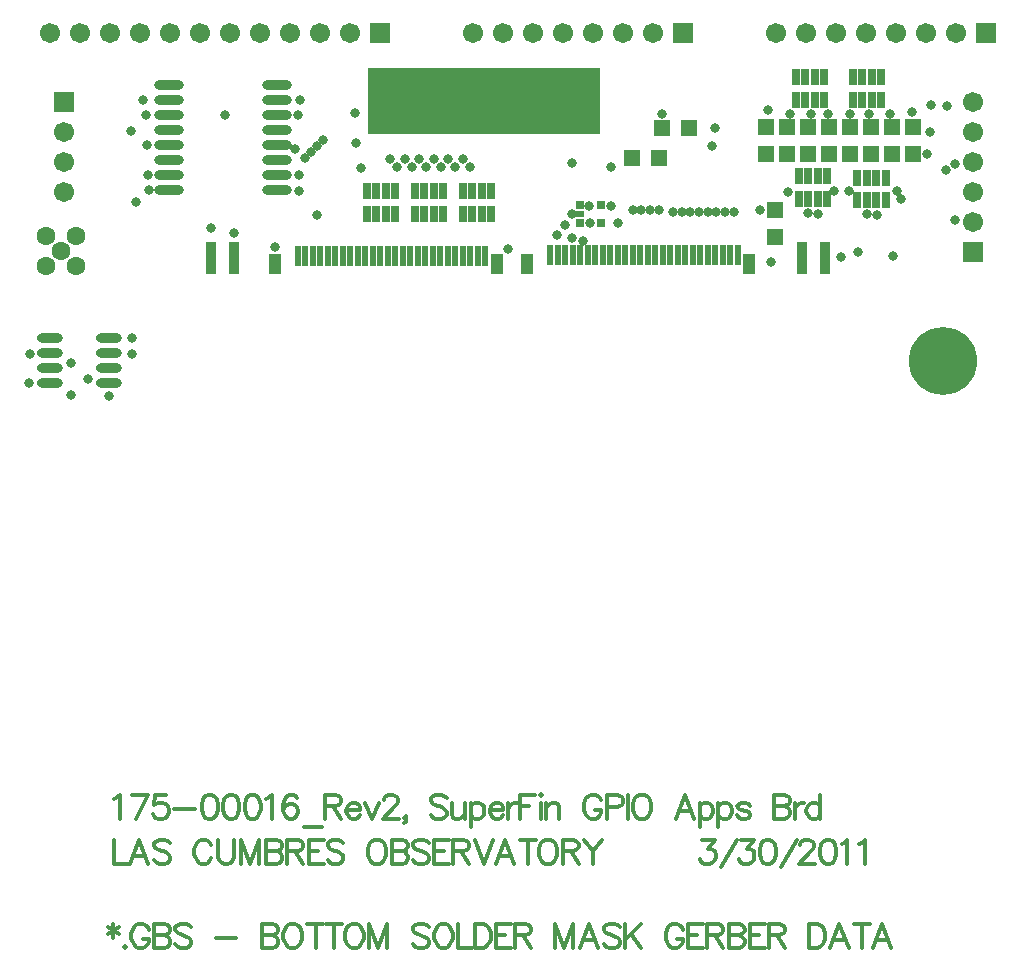
<source format=gbs>
%FSLAX23Y23*%
%MOIN*%
G70*
G01*
G75*
G04 Layer_Color=16711935*
%ADD10R,0.030X0.060*%
%ADD11R,0.048X0.078*%
%ADD12R,0.050X0.050*%
%ADD13R,0.016X0.041*%
%ADD14O,0.098X0.028*%
%ADD15R,0.030X0.100*%
%ADD16R,0.014X0.060*%
%ADD17R,0.031X0.060*%
%ADD18R,0.039X0.059*%
%ADD19R,0.050X0.050*%
%ADD20C,0.005*%
%ADD21C,0.020*%
%ADD22C,0.010*%
%ADD23C,0.012*%
%ADD24C,0.012*%
%ADD25C,0.012*%
%ADD26C,0.055*%
%ADD27R,0.059X0.059*%
%ADD28C,0.059*%
%ADD29R,0.059X0.059*%
%ADD30C,0.219*%
%ADD31C,0.024*%
%ADD32C,0.040*%
%ADD33C,0.073*%
G04:AMPARAMS|DCode=34|XSize=93.465mil|YSize=93.465mil|CornerRadius=0mil|HoleSize=0mil|Usage=FLASHONLY|Rotation=0.000|XOffset=0mil|YOffset=0mil|HoleType=Round|Shape=Relief|Width=10mil|Gap=10mil|Entries=4|*
%AMTHD34*
7,0,0,0.093,0.073,0.010,45*
%
%ADD34THD34*%
%ADD35C,0.075*%
G04:AMPARAMS|DCode=36|XSize=95.433mil|YSize=95.433mil|CornerRadius=0mil|HoleSize=0mil|Usage=FLASHONLY|Rotation=0.000|XOffset=0mil|YOffset=0mil|HoleType=Round|Shape=Relief|Width=10mil|Gap=10mil|Entries=4|*
%AMTHD36*
7,0,0,0.095,0.075,0.010,45*
%
%ADD36THD36*%
%ADD37C,0.206*%
%ADD38C,0.050*%
G04:AMPARAMS|DCode=39|XSize=70mil|YSize=70mil|CornerRadius=0mil|HoleSize=0mil|Usage=FLASHONLY|Rotation=0.000|XOffset=0mil|YOffset=0mil|HoleType=Round|Shape=Relief|Width=10mil|Gap=10mil|Entries=4|*
%AMTHD39*
7,0,0,0.070,0.050,0.010,45*
%
%ADD39THD39*%
%ADD40O,0.091X0.024*%
%ADD41R,0.020X0.020*%
%ADD42R,0.020X0.016*%
%ADD43O,0.079X0.024*%
%ADD44R,0.017X0.045*%
%ADD45C,0.007*%
%ADD46C,0.008*%
%ADD47C,0.010*%
%ADD48C,0.010*%
%ADD49C,0.008*%
%ADD50C,0.007*%
%ADD51C,0.006*%
%ADD52R,0.189X0.132*%
%ADD53R,0.038X0.068*%
%ADD54R,0.056X0.086*%
%ADD55R,0.058X0.058*%
%ADD56R,0.024X0.049*%
%ADD57O,0.106X0.036*%
%ADD58R,0.038X0.108*%
%ADD59R,0.022X0.068*%
%ADD60R,0.039X0.068*%
%ADD61R,0.047X0.067*%
%ADD62R,0.058X0.058*%
%ADD63C,0.063*%
%ADD64R,0.067X0.067*%
%ADD65C,0.067*%
%ADD66R,0.067X0.067*%
%ADD67C,0.227*%
%ADD68C,0.032*%
%ADD69R,0.774X0.219*%
%ADD70O,0.099X0.032*%
%ADD71R,0.028X0.028*%
%ADD72R,0.028X0.024*%
%ADD73O,0.087X0.032*%
%ADD74R,0.025X0.053*%
D23*
X21602Y13720D02*
Y13675D01*
X21583Y13709D02*
X21621Y13686D01*
Y13709D02*
X21583Y13686D01*
X21641Y13648D02*
X21637Y13644D01*
X21641Y13640D01*
X21645Y13644D01*
X21641Y13648D01*
X21720Y13701D02*
X21716Y13709D01*
X21708Y13716D01*
X21701Y13720D01*
X21685D01*
X21678Y13716D01*
X21670Y13709D01*
X21666Y13701D01*
X21662Y13690D01*
Y13671D01*
X21666Y13659D01*
X21670Y13652D01*
X21678Y13644D01*
X21685Y13640D01*
X21701D01*
X21708Y13644D01*
X21716Y13652D01*
X21720Y13659D01*
Y13671D01*
X21701D02*
X21720D01*
X21738Y13720D02*
Y13640D01*
Y13720D02*
X21772D01*
X21784Y13716D01*
X21787Y13713D01*
X21791Y13705D01*
Y13697D01*
X21787Y13690D01*
X21784Y13686D01*
X21772Y13682D01*
X21738D02*
X21772D01*
X21784Y13678D01*
X21787Y13675D01*
X21791Y13667D01*
Y13656D01*
X21787Y13648D01*
X21784Y13644D01*
X21772Y13640D01*
X21738D01*
X21862Y13709D02*
X21855Y13716D01*
X21843Y13720D01*
X21828D01*
X21817Y13716D01*
X21809Y13709D01*
Y13701D01*
X21813Y13694D01*
X21817Y13690D01*
X21824Y13686D01*
X21847Y13678D01*
X21855Y13675D01*
X21859Y13671D01*
X21862Y13663D01*
Y13652D01*
X21855Y13644D01*
X21843Y13640D01*
X21828D01*
X21817Y13644D01*
X21809Y13652D01*
X21943Y13675D02*
X22012D01*
X22098Y13720D02*
Y13640D01*
Y13720D02*
X22132D01*
X22144Y13716D01*
X22148Y13713D01*
X22152Y13705D01*
Y13697D01*
X22148Y13690D01*
X22144Y13686D01*
X22132Y13682D01*
X22098D02*
X22132D01*
X22144Y13678D01*
X22148Y13675D01*
X22152Y13667D01*
Y13656D01*
X22148Y13648D01*
X22144Y13644D01*
X22132Y13640D01*
X22098D01*
X22192Y13720D02*
X22185Y13716D01*
X22177Y13709D01*
X22173Y13701D01*
X22169Y13690D01*
Y13671D01*
X22173Y13659D01*
X22177Y13652D01*
X22185Y13644D01*
X22192Y13640D01*
X22208D01*
X22215Y13644D01*
X22223Y13652D01*
X22227Y13659D01*
X22230Y13671D01*
Y13690D01*
X22227Y13701D01*
X22223Y13709D01*
X22215Y13716D01*
X22208Y13720D01*
X22192D01*
X22276D02*
Y13640D01*
X22249Y13720D02*
X22302D01*
X22339D02*
Y13640D01*
X22312Y13720D02*
X22365D01*
X22398D02*
X22390Y13716D01*
X22382Y13709D01*
X22379Y13701D01*
X22375Y13690D01*
Y13671D01*
X22379Y13659D01*
X22382Y13652D01*
X22390Y13644D01*
X22398Y13640D01*
X22413D01*
X22420Y13644D01*
X22428Y13652D01*
X22432Y13659D01*
X22436Y13671D01*
Y13690D01*
X22432Y13701D01*
X22428Y13709D01*
X22420Y13716D01*
X22413Y13720D01*
X22398D01*
X22454D02*
Y13640D01*
Y13720D02*
X22485Y13640D01*
X22515Y13720D02*
X22485Y13640D01*
X22515Y13720D02*
Y13640D01*
X22654Y13709D02*
X22647Y13716D01*
X22635Y13720D01*
X22620D01*
X22609Y13716D01*
X22601Y13709D01*
Y13701D01*
X22605Y13694D01*
X22609Y13690D01*
X22616Y13686D01*
X22639Y13678D01*
X22647Y13675D01*
X22650Y13671D01*
X22654Y13663D01*
Y13652D01*
X22647Y13644D01*
X22635Y13640D01*
X22620D01*
X22609Y13644D01*
X22601Y13652D01*
X22695Y13720D02*
X22687Y13716D01*
X22680Y13709D01*
X22676Y13701D01*
X22672Y13690D01*
Y13671D01*
X22676Y13659D01*
X22680Y13652D01*
X22687Y13644D01*
X22695Y13640D01*
X22710D01*
X22718Y13644D01*
X22725Y13652D01*
X22729Y13659D01*
X22733Y13671D01*
Y13690D01*
X22729Y13701D01*
X22725Y13709D01*
X22718Y13716D01*
X22710Y13720D01*
X22695D01*
X22752D02*
Y13640D01*
X22797D01*
X22806Y13720D02*
Y13640D01*
Y13720D02*
X22833D01*
X22844Y13716D01*
X22852Y13709D01*
X22856Y13701D01*
X22860Y13690D01*
Y13671D01*
X22856Y13659D01*
X22852Y13652D01*
X22844Y13644D01*
X22833Y13640D01*
X22806D01*
X22927Y13720D02*
X22877D01*
Y13640D01*
X22927D01*
X22877Y13682D02*
X22908D01*
X22940Y13720D02*
Y13640D01*
Y13720D02*
X22975D01*
X22986Y13716D01*
X22990Y13713D01*
X22994Y13705D01*
Y13697D01*
X22990Y13690D01*
X22986Y13686D01*
X22975Y13682D01*
X22940D01*
X22967D02*
X22994Y13640D01*
X23074Y13720D02*
Y13640D01*
Y13720D02*
X23105Y13640D01*
X23135Y13720D02*
X23105Y13640D01*
X23135Y13720D02*
Y13640D01*
X23219D02*
X23189Y13720D01*
X23158Y13640D01*
X23170Y13667D02*
X23208D01*
X23291Y13709D02*
X23283Y13716D01*
X23272Y13720D01*
X23257D01*
X23245Y13716D01*
X23238Y13709D01*
Y13701D01*
X23242Y13694D01*
X23245Y13690D01*
X23253Y13686D01*
X23276Y13678D01*
X23283Y13675D01*
X23287Y13671D01*
X23291Y13663D01*
Y13652D01*
X23283Y13644D01*
X23272Y13640D01*
X23257D01*
X23245Y13644D01*
X23238Y13652D01*
X23309Y13720D02*
Y13640D01*
X23362Y13720D02*
X23309Y13667D01*
X23328Y13686D02*
X23362Y13640D01*
X23500Y13701D02*
X23496Y13709D01*
X23489Y13716D01*
X23481Y13720D01*
X23466D01*
X23458Y13716D01*
X23451Y13709D01*
X23447Y13701D01*
X23443Y13690D01*
Y13671D01*
X23447Y13659D01*
X23451Y13652D01*
X23458Y13644D01*
X23466Y13640D01*
X23481D01*
X23489Y13644D01*
X23496Y13652D01*
X23500Y13659D01*
Y13671D01*
X23481D02*
X23500D01*
X23568Y13720D02*
X23518D01*
Y13640D01*
X23568D01*
X23518Y13682D02*
X23549D01*
X23581Y13720D02*
Y13640D01*
Y13720D02*
X23616D01*
X23627Y13716D01*
X23631Y13713D01*
X23635Y13705D01*
Y13697D01*
X23631Y13690D01*
X23627Y13686D01*
X23616Y13682D01*
X23581D01*
X23608D02*
X23635Y13640D01*
X23653Y13720D02*
Y13640D01*
Y13720D02*
X23687D01*
X23698Y13716D01*
X23702Y13713D01*
X23706Y13705D01*
Y13697D01*
X23702Y13690D01*
X23698Y13686D01*
X23687Y13682D01*
X23653D02*
X23687D01*
X23698Y13678D01*
X23702Y13675D01*
X23706Y13667D01*
Y13656D01*
X23702Y13648D01*
X23698Y13644D01*
X23687Y13640D01*
X23653D01*
X23773Y13720D02*
X23724D01*
Y13640D01*
X23773D01*
X23724Y13682D02*
X23754D01*
X23787Y13720D02*
Y13640D01*
Y13720D02*
X23821D01*
X23832Y13716D01*
X23836Y13713D01*
X23840Y13705D01*
Y13697D01*
X23836Y13690D01*
X23832Y13686D01*
X23821Y13682D01*
X23787D01*
X23813D02*
X23840Y13640D01*
X23921Y13720D02*
Y13640D01*
Y13720D02*
X23947D01*
X23959Y13716D01*
X23966Y13709D01*
X23970Y13701D01*
X23974Y13690D01*
Y13671D01*
X23970Y13659D01*
X23966Y13652D01*
X23959Y13644D01*
X23947Y13640D01*
X23921D01*
X24053D02*
X24022Y13720D01*
X23992Y13640D01*
X24003Y13667D02*
X24041D01*
X24098Y13720D02*
Y13640D01*
X24071Y13720D02*
X24125D01*
X24195Y13640D02*
X24165Y13720D01*
X24134Y13640D01*
X24146Y13667D02*
X24184D01*
D24*
X21604Y14136D02*
X21612Y14139D01*
X21623Y14151D01*
Y14071D01*
X21716Y14151D02*
X21678Y14071D01*
X21663Y14151D02*
X21716D01*
X21779D02*
X21741D01*
X21738Y14117D01*
X21741Y14120D01*
X21753Y14124D01*
X21764D01*
X21776Y14120D01*
X21783Y14113D01*
X21787Y14101D01*
Y14094D01*
X21783Y14082D01*
X21776Y14075D01*
X21764Y14071D01*
X21753D01*
X21741Y14075D01*
X21738Y14079D01*
X21734Y14086D01*
X21805Y14105D02*
X21874D01*
X21920Y14151D02*
X21909Y14147D01*
X21901Y14136D01*
X21897Y14117D01*
Y14105D01*
X21901Y14086D01*
X21909Y14075D01*
X21920Y14071D01*
X21928D01*
X21939Y14075D01*
X21947Y14086D01*
X21950Y14105D01*
Y14117D01*
X21947Y14136D01*
X21939Y14147D01*
X21928Y14151D01*
X21920D01*
X21991D02*
X21980Y14147D01*
X21972Y14136D01*
X21968Y14117D01*
Y14105D01*
X21972Y14086D01*
X21980Y14075D01*
X21991Y14071D01*
X21999D01*
X22010Y14075D01*
X22018Y14086D01*
X22022Y14105D01*
Y14117D01*
X22018Y14136D01*
X22010Y14147D01*
X21999Y14151D01*
X21991D01*
X22062D02*
X22051Y14147D01*
X22043Y14136D01*
X22040Y14117D01*
Y14105D01*
X22043Y14086D01*
X22051Y14075D01*
X22062Y14071D01*
X22070D01*
X22082Y14075D01*
X22089Y14086D01*
X22093Y14105D01*
Y14117D01*
X22089Y14136D01*
X22082Y14147D01*
X22070Y14151D01*
X22062D01*
X22111Y14136D02*
X22118Y14139D01*
X22130Y14151D01*
Y14071D01*
X22215Y14139D02*
X22211Y14147D01*
X22200Y14151D01*
X22192D01*
X22181Y14147D01*
X22173Y14136D01*
X22169Y14117D01*
Y14098D01*
X22173Y14082D01*
X22181Y14075D01*
X22192Y14071D01*
X22196D01*
X22208Y14075D01*
X22215Y14082D01*
X22219Y14094D01*
Y14098D01*
X22215Y14109D01*
X22208Y14117D01*
X22196Y14120D01*
X22192D01*
X22181Y14117D01*
X22173Y14109D01*
X22169Y14098D01*
X22237Y14044D02*
X22297D01*
X22308Y14151D02*
Y14071D01*
Y14151D02*
X22342D01*
X22353Y14147D01*
X22357Y14143D01*
X22361Y14136D01*
Y14128D01*
X22357Y14120D01*
X22353Y14117D01*
X22342Y14113D01*
X22308D01*
X22334D02*
X22361Y14071D01*
X22379Y14101D02*
X22425D01*
Y14109D01*
X22421Y14117D01*
X22417Y14120D01*
X22409Y14124D01*
X22398D01*
X22390Y14120D01*
X22383Y14113D01*
X22379Y14101D01*
Y14094D01*
X22383Y14082D01*
X22390Y14075D01*
X22398Y14071D01*
X22409D01*
X22417Y14075D01*
X22425Y14082D01*
X22442Y14124D02*
X22465Y14071D01*
X22488Y14124D02*
X22465Y14071D01*
X22504Y14132D02*
Y14136D01*
X22508Y14143D01*
X22512Y14147D01*
X22520Y14151D01*
X22535D01*
X22542Y14147D01*
X22546Y14143D01*
X22550Y14136D01*
Y14128D01*
X22546Y14120D01*
X22539Y14109D01*
X22500Y14071D01*
X22554D01*
X22579Y14075D02*
X22576Y14071D01*
X22572Y14075D01*
X22576Y14079D01*
X22579Y14075D01*
Y14067D01*
X22576Y14059D01*
X22572Y14056D01*
X22713Y14139D02*
X22705Y14147D01*
X22694Y14151D01*
X22679D01*
X22667Y14147D01*
X22660Y14139D01*
Y14132D01*
X22663Y14124D01*
X22667Y14120D01*
X22675Y14117D01*
X22698Y14109D01*
X22705Y14105D01*
X22709Y14101D01*
X22713Y14094D01*
Y14082D01*
X22705Y14075D01*
X22694Y14071D01*
X22679D01*
X22667Y14075D01*
X22660Y14082D01*
X22731Y14124D02*
Y14086D01*
X22735Y14075D01*
X22742Y14071D01*
X22754D01*
X22761Y14075D01*
X22773Y14086D01*
Y14124D02*
Y14071D01*
X22794Y14124D02*
Y14044D01*
Y14113D02*
X22801Y14120D01*
X22809Y14124D01*
X22820D01*
X22828Y14120D01*
X22836Y14113D01*
X22839Y14101D01*
Y14094D01*
X22836Y14082D01*
X22828Y14075D01*
X22820Y14071D01*
X22809D01*
X22801Y14075D01*
X22794Y14082D01*
X22857Y14101D02*
X22902D01*
Y14109D01*
X22898Y14117D01*
X22895Y14120D01*
X22887Y14124D01*
X22876D01*
X22868Y14120D01*
X22860Y14113D01*
X22857Y14101D01*
Y14094D01*
X22860Y14082D01*
X22868Y14075D01*
X22876Y14071D01*
X22887D01*
X22895Y14075D01*
X22902Y14082D01*
X22919Y14124D02*
Y14071D01*
Y14101D02*
X22923Y14113D01*
X22931Y14120D01*
X22938Y14124D01*
X22950D01*
X22957Y14151D02*
Y14071D01*
Y14151D02*
X23007D01*
X22957Y14113D02*
X22988D01*
X23023Y14151D02*
X23027Y14147D01*
X23031Y14151D01*
X23027Y14155D01*
X23023Y14151D01*
X23027Y14124D02*
Y14071D01*
X23045Y14124D02*
Y14071D01*
Y14109D02*
X23057Y14120D01*
X23064Y14124D01*
X23076D01*
X23083Y14120D01*
X23087Y14109D01*
Y14071D01*
X23228Y14132D02*
X23224Y14139D01*
X23217Y14147D01*
X23209Y14151D01*
X23194D01*
X23186Y14147D01*
X23178Y14139D01*
X23175Y14132D01*
X23171Y14120D01*
Y14101D01*
X23175Y14090D01*
X23178Y14082D01*
X23186Y14075D01*
X23194Y14071D01*
X23209D01*
X23217Y14075D01*
X23224Y14082D01*
X23228Y14090D01*
Y14101D01*
X23209D02*
X23228D01*
X23246Y14109D02*
X23280D01*
X23292Y14113D01*
X23296Y14117D01*
X23300Y14124D01*
Y14136D01*
X23296Y14143D01*
X23292Y14147D01*
X23280Y14151D01*
X23246D01*
Y14071D01*
X23317Y14151D02*
Y14071D01*
X23357Y14151D02*
X23349Y14147D01*
X23342Y14139D01*
X23338Y14132D01*
X23334Y14120D01*
Y14101D01*
X23338Y14090D01*
X23342Y14082D01*
X23349Y14075D01*
X23357Y14071D01*
X23372D01*
X23380Y14075D01*
X23388Y14082D01*
X23391Y14090D01*
X23395Y14101D01*
Y14120D01*
X23391Y14132D01*
X23388Y14139D01*
X23380Y14147D01*
X23372Y14151D01*
X23357D01*
X23538Y14071D02*
X23507Y14151D01*
X23477Y14071D01*
X23488Y14098D02*
X23526D01*
X23556Y14124D02*
Y14044D01*
Y14113D02*
X23564Y14120D01*
X23571Y14124D01*
X23583D01*
X23591Y14120D01*
X23598Y14113D01*
X23602Y14101D01*
Y14094D01*
X23598Y14082D01*
X23591Y14075D01*
X23583Y14071D01*
X23571D01*
X23564Y14075D01*
X23556Y14082D01*
X23619Y14124D02*
Y14044D01*
Y14113D02*
X23627Y14120D01*
X23634Y14124D01*
X23646D01*
X23653Y14120D01*
X23661Y14113D01*
X23665Y14101D01*
Y14094D01*
X23661Y14082D01*
X23653Y14075D01*
X23646Y14071D01*
X23634D01*
X23627Y14075D01*
X23619Y14082D01*
X23724Y14113D02*
X23720Y14120D01*
X23709Y14124D01*
X23697D01*
X23686Y14120D01*
X23682Y14113D01*
X23686Y14105D01*
X23693Y14101D01*
X23712Y14098D01*
X23720Y14094D01*
X23724Y14086D01*
Y14082D01*
X23720Y14075D01*
X23709Y14071D01*
X23697D01*
X23686Y14075D01*
X23682Y14082D01*
X23803Y14151D02*
Y14071D01*
Y14151D02*
X23838D01*
X23849Y14147D01*
X23853Y14143D01*
X23857Y14136D01*
Y14128D01*
X23853Y14120D01*
X23849Y14117D01*
X23838Y14113D01*
X23803D02*
X23838D01*
X23849Y14109D01*
X23853Y14105D01*
X23857Y14098D01*
Y14086D01*
X23853Y14079D01*
X23849Y14075D01*
X23838Y14071D01*
X23803D01*
X23875Y14124D02*
Y14071D01*
Y14101D02*
X23878Y14113D01*
X23886Y14120D01*
X23894Y14124D01*
X23905D01*
X23958Y14151D02*
Y14071D01*
Y14113D02*
X23950Y14120D01*
X23943Y14124D01*
X23931D01*
X23924Y14120D01*
X23916Y14113D01*
X23912Y14101D01*
Y14094D01*
X23916Y14082D01*
X23924Y14075D01*
X23931Y14071D01*
X23943D01*
X23950Y14075D01*
X23958Y14082D01*
D25*
X21604Y14001D02*
Y13921D01*
X21650D01*
X21719D02*
X21689Y14001D01*
X21658Y13921D01*
X21670Y13948D02*
X21708D01*
X21791Y13989D02*
X21784Y13997D01*
X21772Y14001D01*
X21757D01*
X21746Y13997D01*
X21738Y13989D01*
Y13982D01*
X21742Y13974D01*
X21746Y13970D01*
X21753Y13967D01*
X21776Y13959D01*
X21784Y13955D01*
X21787Y13951D01*
X21791Y13944D01*
Y13932D01*
X21784Y13925D01*
X21772Y13921D01*
X21757D01*
X21746Y13925D01*
X21738Y13932D01*
X21929Y13982D02*
X21925Y13989D01*
X21918Y13997D01*
X21910Y14001D01*
X21895D01*
X21887Y13997D01*
X21880Y13989D01*
X21876Y13982D01*
X21872Y13970D01*
Y13951D01*
X21876Y13940D01*
X21880Y13932D01*
X21887Y13925D01*
X21895Y13921D01*
X21910D01*
X21918Y13925D01*
X21925Y13932D01*
X21929Y13940D01*
X21952Y14001D02*
Y13944D01*
X21955Y13932D01*
X21963Y13925D01*
X21974Y13921D01*
X21982D01*
X21994Y13925D01*
X22001Y13932D01*
X22005Y13944D01*
Y14001D01*
X22027D02*
Y13921D01*
Y14001D02*
X22058Y13921D01*
X22088Y14001D02*
X22058Y13921D01*
X22088Y14001D02*
Y13921D01*
X22111Y14001D02*
Y13921D01*
Y14001D02*
X22145D01*
X22157Y13997D01*
X22160Y13993D01*
X22164Y13986D01*
Y13978D01*
X22160Y13970D01*
X22157Y13967D01*
X22145Y13963D01*
X22111D02*
X22145D01*
X22157Y13959D01*
X22160Y13955D01*
X22164Y13948D01*
Y13936D01*
X22160Y13928D01*
X22157Y13925D01*
X22145Y13921D01*
X22111D01*
X22182Y14001D02*
Y13921D01*
Y14001D02*
X22216D01*
X22228Y13997D01*
X22232Y13993D01*
X22235Y13986D01*
Y13978D01*
X22232Y13970D01*
X22228Y13967D01*
X22216Y13963D01*
X22182D01*
X22209D02*
X22235Y13921D01*
X22303Y14001D02*
X22253D01*
Y13921D01*
X22303D01*
X22253Y13963D02*
X22284D01*
X22369Y13989D02*
X22362Y13997D01*
X22350Y14001D01*
X22335D01*
X22324Y13997D01*
X22316Y13989D01*
Y13982D01*
X22320Y13974D01*
X22324Y13970D01*
X22331Y13967D01*
X22354Y13959D01*
X22362Y13955D01*
X22366Y13951D01*
X22369Y13944D01*
Y13932D01*
X22362Y13925D01*
X22350Y13921D01*
X22335D01*
X22324Y13925D01*
X22316Y13932D01*
X22473Y14001D02*
X22465Y13997D01*
X22458Y13989D01*
X22454Y13982D01*
X22450Y13970D01*
Y13951D01*
X22454Y13940D01*
X22458Y13932D01*
X22465Y13925D01*
X22473Y13921D01*
X22488D01*
X22496Y13925D01*
X22504Y13932D01*
X22507Y13940D01*
X22511Y13951D01*
Y13970D01*
X22507Y13982D01*
X22504Y13989D01*
X22496Y13997D01*
X22488Y14001D01*
X22473D01*
X22530D02*
Y13921D01*
Y14001D02*
X22564D01*
X22576Y13997D01*
X22579Y13993D01*
X22583Y13986D01*
Y13978D01*
X22579Y13970D01*
X22576Y13967D01*
X22564Y13963D01*
X22530D02*
X22564D01*
X22576Y13959D01*
X22579Y13955D01*
X22583Y13948D01*
Y13936D01*
X22579Y13928D01*
X22576Y13925D01*
X22564Y13921D01*
X22530D01*
X22654Y13989D02*
X22647Y13997D01*
X22635Y14001D01*
X22620D01*
X22609Y13997D01*
X22601Y13989D01*
Y13982D01*
X22605Y13974D01*
X22609Y13970D01*
X22616Y13967D01*
X22639Y13959D01*
X22647Y13955D01*
X22651Y13951D01*
X22654Y13944D01*
Y13932D01*
X22647Y13925D01*
X22635Y13921D01*
X22620D01*
X22609Y13925D01*
X22601Y13932D01*
X22722Y14001D02*
X22672D01*
Y13921D01*
X22722D01*
X22672Y13963D02*
X22703D01*
X22735Y14001D02*
Y13921D01*
Y14001D02*
X22769D01*
X22781Y13997D01*
X22785Y13993D01*
X22788Y13986D01*
Y13978D01*
X22785Y13970D01*
X22781Y13967D01*
X22769Y13963D01*
X22735D01*
X22762D02*
X22788Y13921D01*
X22806Y14001D02*
X22837Y13921D01*
X22867Y14001D02*
X22837Y13921D01*
X22938D02*
X22908Y14001D01*
X22878Y13921D01*
X22889Y13948D02*
X22927D01*
X22984Y14001D02*
Y13921D01*
X22957Y14001D02*
X23010D01*
X23043D02*
X23035Y13997D01*
X23028Y13989D01*
X23024Y13982D01*
X23020Y13970D01*
Y13951D01*
X23024Y13940D01*
X23028Y13932D01*
X23035Y13925D01*
X23043Y13921D01*
X23058D01*
X23066Y13925D01*
X23073Y13932D01*
X23077Y13940D01*
X23081Y13951D01*
Y13970D01*
X23077Y13982D01*
X23073Y13989D01*
X23066Y13997D01*
X23058Y14001D01*
X23043D01*
X23100D02*
Y13921D01*
Y14001D02*
X23134D01*
X23145Y13997D01*
X23149Y13993D01*
X23153Y13986D01*
Y13978D01*
X23149Y13970D01*
X23145Y13967D01*
X23134Y13963D01*
X23100D01*
X23126D02*
X23153Y13921D01*
X23171Y14001D02*
X23201Y13963D01*
Y13921D01*
X23232Y14001D02*
X23201Y13963D01*
X23564Y14001D02*
X23606D01*
X23583Y13970D01*
X23594D01*
X23602Y13967D01*
X23606Y13963D01*
X23610Y13951D01*
Y13944D01*
X23606Y13932D01*
X23598Y13925D01*
X23587Y13921D01*
X23575D01*
X23564Y13925D01*
X23560Y13928D01*
X23556Y13936D01*
X23627Y13909D02*
X23681Y14001D01*
X23694D02*
X23736D01*
X23713Y13970D01*
X23724D01*
X23732Y13967D01*
X23736Y13963D01*
X23739Y13951D01*
Y13944D01*
X23736Y13932D01*
X23728Y13925D01*
X23717Y13921D01*
X23705D01*
X23694Y13925D01*
X23690Y13928D01*
X23686Y13936D01*
X23780Y14001D02*
X23769Y13997D01*
X23761Y13986D01*
X23757Y13967D01*
Y13955D01*
X23761Y13936D01*
X23769Y13925D01*
X23780Y13921D01*
X23788D01*
X23799Y13925D01*
X23807Y13936D01*
X23811Y13955D01*
Y13967D01*
X23807Y13986D01*
X23799Y13997D01*
X23788Y14001D01*
X23780D01*
X23829Y13909D02*
X23882Y14001D01*
X23891Y13982D02*
Y13986D01*
X23895Y13993D01*
X23899Y13997D01*
X23906Y14001D01*
X23922D01*
X23929Y13997D01*
X23933Y13993D01*
X23937Y13986D01*
Y13978D01*
X23933Y13970D01*
X23925Y13959D01*
X23887Y13921D01*
X23941D01*
X23981Y14001D02*
X23970Y13997D01*
X23962Y13986D01*
X23958Y13967D01*
Y13955D01*
X23962Y13936D01*
X23970Y13925D01*
X23981Y13921D01*
X23989D01*
X24000Y13925D01*
X24008Y13936D01*
X24012Y13955D01*
Y13967D01*
X24008Y13986D01*
X24000Y13997D01*
X23989Y14001D01*
X23981D01*
X24030Y13986D02*
X24037Y13989D01*
X24049Y14001D01*
Y13921D01*
X24088Y13986D02*
X24096Y13989D01*
X24107Y14001D01*
Y13921D01*
D55*
X24267Y16287D02*
D03*
Y16377D02*
D03*
X24197Y16287D02*
D03*
Y16377D02*
D03*
X24127Y16287D02*
D03*
Y16377D02*
D03*
X24057Y16287D02*
D03*
Y16377D02*
D03*
X23987Y16287D02*
D03*
Y16377D02*
D03*
X23917Y16287D02*
D03*
Y16377D02*
D03*
X23847Y16287D02*
D03*
Y16377D02*
D03*
X23777Y16287D02*
D03*
Y16377D02*
D03*
X23807Y16011D02*
D03*
Y16101D02*
D03*
D58*
X23975Y15940D02*
D03*
X23896D02*
D03*
X22005Y15939D02*
D03*
X21926D02*
D03*
D59*
X23683Y15949D02*
D03*
X23658D02*
D03*
X23633D02*
D03*
X23608D02*
D03*
X23583D02*
D03*
X23558D02*
D03*
X23533D02*
D03*
X23508D02*
D03*
X23483D02*
D03*
X23458D02*
D03*
X23433D02*
D03*
X23408D02*
D03*
X23383D02*
D03*
X23358D02*
D03*
X23333D02*
D03*
X23308D02*
D03*
X23283D02*
D03*
X23258D02*
D03*
X23233D02*
D03*
X23208D02*
D03*
X23183D02*
D03*
X23158D02*
D03*
X23133D02*
D03*
X23108D02*
D03*
X23083D02*
D03*
X23058D02*
D03*
X22842Y15948D02*
D03*
X22817D02*
D03*
X22792D02*
D03*
X22767D02*
D03*
X22742D02*
D03*
X22717D02*
D03*
X22692D02*
D03*
X22667D02*
D03*
X22642D02*
D03*
X22617D02*
D03*
X22592D02*
D03*
X22567D02*
D03*
X22542D02*
D03*
X22517D02*
D03*
X22492D02*
D03*
X22467D02*
D03*
X22442D02*
D03*
X22417D02*
D03*
X22392D02*
D03*
X22367D02*
D03*
X22342D02*
D03*
X22317D02*
D03*
X22292D02*
D03*
X22267D02*
D03*
X22242D02*
D03*
X22217D02*
D03*
D60*
X22140Y15921D02*
D03*
X22880D02*
D03*
X23720D02*
D03*
X22980D02*
D03*
D62*
X23522Y16372D02*
D03*
X23432D02*
D03*
X23332Y16272D02*
D03*
X23422D02*
D03*
D63*
X21427Y15962D02*
D03*
X21377Y15912D02*
D03*
Y16012D02*
D03*
X21477D02*
D03*
Y15912D02*
D03*
D64*
X23500Y16690D02*
D03*
X22491Y16690D02*
D03*
X24510Y16690D02*
D03*
D65*
X23400D02*
D03*
X23300D02*
D03*
X23200D02*
D03*
X23100D02*
D03*
X23000D02*
D03*
X22900D02*
D03*
X22800D02*
D03*
X24466Y16461D02*
D03*
Y16361D02*
D03*
Y16261D02*
D03*
Y16161D02*
D03*
Y16061D02*
D03*
X21438Y16361D02*
D03*
Y16261D02*
D03*
Y16161D02*
D03*
X21391Y16690D02*
D03*
X21491D02*
D03*
X21591D02*
D03*
X21691D02*
D03*
X21791D02*
D03*
X21891D02*
D03*
X21991D02*
D03*
X22091D02*
D03*
X22191D02*
D03*
X22291D02*
D03*
X22391D02*
D03*
X24410Y16690D02*
D03*
X24310D02*
D03*
X24210D02*
D03*
X24110D02*
D03*
X24010D02*
D03*
X23910D02*
D03*
X23810D02*
D03*
D66*
X24466Y15961D02*
D03*
X21438Y16461D02*
D03*
D67*
X24367Y15596D02*
D03*
D68*
X24325Y16361D02*
D03*
X24406Y16255D02*
D03*
X24227Y16137D02*
D03*
X24406Y16068D02*
D03*
X24328Y16450D02*
D03*
X24379Y16233D02*
D03*
X24380Y16447D02*
D03*
X23916Y16089D02*
D03*
X23261Y16243D02*
D03*
X23131Y16006D02*
D03*
X22412Y16324D02*
D03*
X22429Y16239D02*
D03*
X22408Y16423D02*
D03*
X22281Y16082D02*
D03*
X24201Y15947D02*
D03*
X24085Y15961D02*
D03*
X23757Y16101D02*
D03*
X23131Y16087D02*
D03*
X21926Y16039D02*
D03*
X22004Y16022D02*
D03*
X23596Y16313D02*
D03*
X23132Y16258D02*
D03*
X23431Y16421D02*
D03*
X23609Y16373D02*
D03*
X22223Y16467D02*
D03*
X22216Y16418D02*
D03*
X22221Y16165D02*
D03*
Y16216D02*
D03*
X21973Y16418D02*
D03*
X22209Y16302D02*
D03*
X21720Y16168D02*
D03*
X21717Y16216D02*
D03*
X21715Y16318D02*
D03*
X21702Y16467D02*
D03*
X21710Y16417D02*
D03*
X22140Y15976D02*
D03*
X24028Y15943D02*
D03*
X23795Y15927D02*
D03*
X22917Y15971D02*
D03*
X23167Y15998D02*
D03*
X23191Y16058D02*
D03*
X23188Y16114D02*
D03*
X23082Y16016D02*
D03*
X23108Y16051D02*
D03*
X23284Y16056D02*
D03*
X23262Y16115D02*
D03*
X22240Y16272D02*
D03*
X22261Y16292D02*
D03*
X22281Y16313D02*
D03*
X22302Y16333D02*
D03*
X22790Y16245D02*
D03*
X22573Y16269D02*
D03*
X22525D02*
D03*
X23420Y16100D02*
D03*
X23391D02*
D03*
X23362D02*
D03*
X23333D02*
D03*
X23670Y16093D02*
D03*
X23641D02*
D03*
X23612D02*
D03*
X23467D02*
D03*
X23496D02*
D03*
X23525D02*
D03*
X23554D02*
D03*
X23583D02*
D03*
X24213Y16165D02*
D03*
X24147Y16084D02*
D03*
X24113Y16087D02*
D03*
X24053Y16163D02*
D03*
X24005Y16165D02*
D03*
X23952Y16088D02*
D03*
X23850Y16159D02*
D03*
X23784Y16435D02*
D03*
X23857Y16420D02*
D03*
X23929Y16421D02*
D03*
X23983Y16420D02*
D03*
X24057D02*
D03*
X24122Y16421D02*
D03*
X24192D02*
D03*
X24313Y16286D02*
D03*
X24264Y16428D02*
D03*
X21661Y16363D02*
D03*
X21679Y16126D02*
D03*
X22766Y16269D02*
D03*
X22670D02*
D03*
X22621D02*
D03*
X22549Y16245D02*
D03*
X22597D02*
D03*
X22645D02*
D03*
X22742D02*
D03*
X22694D02*
D03*
X22718Y16269D02*
D03*
X21663Y15673D02*
D03*
Y15621D02*
D03*
X21461Y15591D02*
D03*
X21321Y15524D02*
D03*
X21325Y15620D02*
D03*
X21462Y15483D02*
D03*
X21518Y15537D02*
D03*
X21589Y15481D02*
D03*
D69*
X22839Y16462D02*
D03*
D70*
X21787Y16167D02*
D03*
Y16217D02*
D03*
Y16267D02*
D03*
Y16317D02*
D03*
Y16367D02*
D03*
Y16417D02*
D03*
Y16467D02*
D03*
Y16517D02*
D03*
X22146Y16167D02*
D03*
Y16217D02*
D03*
Y16267D02*
D03*
Y16317D02*
D03*
Y16367D02*
D03*
Y16417D02*
D03*
Y16467D02*
D03*
Y16517D02*
D03*
D71*
X23227Y16057D02*
D03*
Y16116D02*
D03*
X23157D02*
D03*
Y16057D02*
D03*
D72*
Y16087D02*
D03*
D73*
X21589Y15673D02*
D03*
Y15623D02*
D03*
Y15573D02*
D03*
Y15523D02*
D03*
X21392Y15673D02*
D03*
Y15623D02*
D03*
Y15573D02*
D03*
Y15523D02*
D03*
D74*
X22447Y16087D02*
D03*
X22478D02*
D03*
X22510D02*
D03*
X22541D02*
D03*
Y16163D02*
D03*
X22510D02*
D03*
X22478D02*
D03*
X22447D02*
D03*
X24082Y16132D02*
D03*
X24113D02*
D03*
X24145D02*
D03*
X24176D02*
D03*
Y16208D02*
D03*
X24145D02*
D03*
X24113D02*
D03*
X24082D02*
D03*
X23887Y16137D02*
D03*
X23918D02*
D03*
X23950D02*
D03*
X23981D02*
D03*
Y16213D02*
D03*
X23950D02*
D03*
X23918D02*
D03*
X23887D02*
D03*
X24067Y16467D02*
D03*
X24098D02*
D03*
X24130D02*
D03*
X24161D02*
D03*
Y16543D02*
D03*
X24130D02*
D03*
X24098D02*
D03*
X24067D02*
D03*
X23877Y16467D02*
D03*
X23908D02*
D03*
X23940D02*
D03*
X23971D02*
D03*
Y16543D02*
D03*
X23940D02*
D03*
X23908D02*
D03*
X23877D02*
D03*
X22767Y16087D02*
D03*
X22798D02*
D03*
X22830D02*
D03*
X22861D02*
D03*
Y16163D02*
D03*
X22830D02*
D03*
X22798D02*
D03*
X22767D02*
D03*
X22607Y16087D02*
D03*
X22638D02*
D03*
X22670D02*
D03*
X22701D02*
D03*
Y16163D02*
D03*
X22670D02*
D03*
X22638D02*
D03*
X22607D02*
D03*
M02*

</source>
